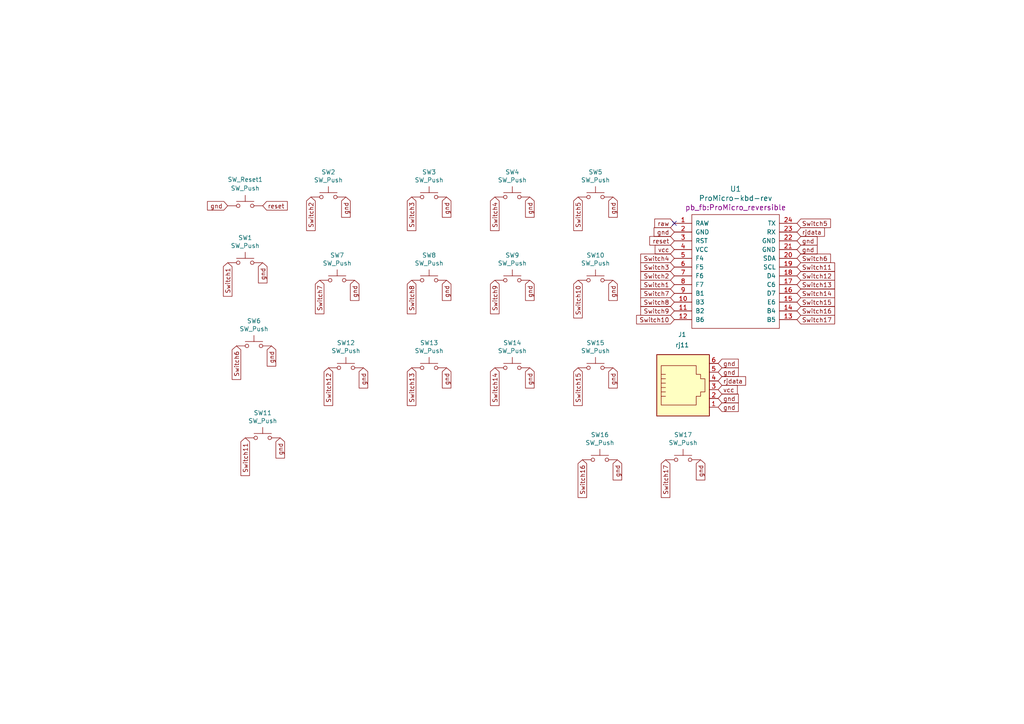
<source format=kicad_sch>
(kicad_sch (version 20231120) (generator "eeschema") (generator_version "8.0")
  (paper "A4")
  (title_block (title "pearbear_choc") (date "2024-09-25") (rev "0") (company "tomsadowski"))
  (lib_symbols
    (symbol "Connector:6P6C" (pin_names (offset 1.016))
      (property "Reference" "J" (at -5.08 11.43 0))
      (property "Value" "6P6C" (at 2.54 11.43 0))
      (symbol "6P6C_0_1"
        (polyline (pts (xy -6.35 -1.905) (xy -5.08 -1.905) (xy -5.08 -1.905)))
        (polyline (pts (xy -6.35 -0.635) (xy -5.08 -0.635) (xy -5.08 -0.635)))
        (polyline (pts (xy -6.35 0.635) (xy -5.08 0.635) (xy -5.08 0.635)))
        (polyline (pts (xy -6.35 1.905) (xy -5.08 1.905) (xy -5.08 1.905)))
        (polyline (pts (xy -6.35 3.175) (xy -5.08 3.175) (xy -5.08 3.175)))
        (polyline (pts (xy -5.08 4.445) (xy -6.35 4.445) (xy -6.35 4.445)))
        (polyline (pts (xy -6.35 -4.445) (xy -6.35 6.985) (xy 3.81 6.985) (xy 3.81 4.445) (xy 5.08 4.445) (xy 5.08 3.175) (xy 6.35 3.175) (xy 6.35 -0.635) (xy 5.08 -0.635) (xy 5.08 -1.905) (xy 3.81 -1.905) (xy 3.81 -4.445) (xy -6.35 -4.445) (xy -6.35 -4.445)))
        (rectangle (start 7.62 10.16) (end -7.62 -7.62) (stroke (width 0.254)) (fill (type background)))
      )
      (symbol "6P6C_1_1"
        (pin passive line (at 10.16 -5.08 180) (length 2.54) (name "~") (number "1"))
        (pin passive line (at 10.16 -2.54 180) (length 2.54) (name "~") (number "2"))
        (pin passive line (at 10.16 0 180) (length 2.54) (name "~") (number "3"))
        (pin passive line (at 10.16 2.54 180) (length 2.54) (name "~") (number "4"))
        (pin passive line (at 10.16 5.08 180) (length 2.54) (name "~") (number "5"))
        (pin passive line (at 10.16 7.62 180) (length 2.54) (name "~") (number "6"))
      )
    )
    (symbol "Switch:SW_Push" (pin_numbers hide) (pin_names (offset 1.016) hide)
      (property "Reference" "SW" (at 1.27 2.54 0))
      (property "Value" "SW_Push" (at 0 -1.524 0))
      (symbol "SW_Push_0_1"
        (circle (center -2.032 0) (radius 0.508))
        (polyline (pts (xy 0 1.27) (xy 0 3.048)))
        (polyline (pts (xy 2.54 1.27) (xy -2.54 1.27)))
        (circle (center 2.032 0) (radius 0.508))
        (pin passive line (at -5.08 0 0) (length 2.54) (name "1") (number "1"))
        (pin passive line (at 5.08 0 180) (length 2.54) (name "2") (number "2"))
      )
    )
    (symbol "misc:ProMicro-kbd-faceup" (pin_names (offset 1.016))
      (property "Reference" "U2" (at 0 29.0322 0))
      (property "Value" "ProMicro-kbd-stupid" (at 0 26.3398 0))
      (property "Footprint" "misc:ProMicro_jumpers_facedown" (at 0 23.6474 0))
      (symbol "ProMicro-kbd-faceup_0_1"
        (rectangle (start -12.7 21.59) (end 12.7 -11.43))
      )
      (symbol "ProMicro-kbd-faceup_1_0"
        (pin power_out line (at 17.78 19.05 180) (length 5.08) (name "RAW") (number "1"))
      )
      (symbol "ProMicro-kbd-faceup_1_1"
        (pin bidirectional line (at 17.78 -3.81 180) (length 5.08) (name "B3") (number "10"))
        (pin bidirectional line (at 17.78 -6.35 180) (length 5.08) (name "B2") (number "11"))
        (pin bidirectional line (at 17.78 -8.89 180) (length 5.08) (name "B6") (number "12"))
        (pin bidirectional line (at -17.78 -8.89 0) (length 5.08) (name "B5") (number "13"))
        (pin bidirectional line (at -17.78 -6.35 0) (length 5.08) (name "B4") (number "14"))
        (pin bidirectional line (at -17.78 -3.81 0) (length 5.08) (name "E6") (number "15"))
        (pin bidirectional line (at -17.78 -1.27 0) (length 5.08) (name "D7") (number "16"))
        (pin bidirectional line (at -17.78 1.27 0) (length 5.08) (name "C6") (number "17"))
        (pin bidirectional line (at -17.78 3.81 0) (length 5.08) (name "D4") (number "18"))
        (pin bidirectional line (at -17.78 6.35 0) (length 5.08) (name "SCL") (number "19"))
        (pin power_in line (at 17.78 16.51 180) (length 5.08) (name "GND") (number "2"))
        (pin bidirectional line (at -17.78 8.89 0) (length 5.08) (name "SDA") (number "20"))
        (pin power_in line (at -17.78 11.43 0) (length 5.08) (name "GND") (number "21"))
        (pin power_in line (at -17.78 13.97 0) (length 5.08) (name "GND") (number "22"))
        (pin bidirectional line (at -17.78 16.51 0) (length 5.08) (name "RX") (number "23"))
        (pin bidirectional line (at -17.78 19.05 0) (length 5.08) (name "TX") (number "24"))
        (pin input line (at 17.78 13.97 180) (length 5.08) (name "RST") (number "3"))
        (pin power_in line (at 17.78 11.43 180) (length 5.08) (name "VCC") (number "4"))
        (pin bidirectional line (at 17.78 8.89 180) (length 5.08) (name "F4") (number "5"))
        (pin bidirectional line (at 17.78 6.35 180) (length 5.08) (name "F5") (number "6"))
        (pin bidirectional line (at 17.78 3.81 180) (length 5.08) (name "F6") (number "7"))
        (pin bidirectional line (at 17.78 1.27 180) (length 5.08) (name "F7") (number "8"))
        (pin bidirectional line (at 17.78 -1.27 180) (length 5.08) (name "B1") (number "9"))
      )
    )
  )
  (no_connect (at 195.58 64.77))
  (global_label "Switch12" (shape input) (at 95.25 106.68 270) (property "Intersheetrefs" "${INTERSHEET_REFS}" (effects (hide yes))))
  (global_label "gnd" (shape input) (at 105.41 106.68 270) (property "Intersheetrefs" "${INTERSHEET_REFS}" (effects (hide yes))))
  (global_label "gnd" (shape input) (at 76.2 76.2 270) (property "Intersheetrefs" "${INTERSHEET_REFS}" (effects (hide yes))))
  (global_label "reset" (shape input) (at 195.58 69.85 180) (property "Intersheetrefs" "${INTERSHEET_REFS}" (effects (hide yes))))
  (global_label "Switch8" (shape input) (at 195.58 87.63 180) (property "Intersheetrefs" "${INTERSHEET_REFS}" (effects (hide yes))))
  (global_label "gnd" (shape input) (at 153.67 57.15 270) (property "Intersheetrefs" "${INTERSHEET_REFS}" (effects (hide yes))))
  (global_label "reset" (shape input) (at 76.2 59.69 0) (property "Intersheetrefs" "${INTERSHEET_REFS}" (effects (hide yes))))
  (global_label "gnd" (shape input) (at 78.74 100.33 270) (property "Intersheetrefs" "${INTERSHEET_REFS}" (effects (hide yes))))
  (global_label "Switch14" (shape input) (at 143.51 106.68 270) (property "Intersheetrefs" "${INTERSHEET_REFS}" (effects (hide yes))))
  (global_label "Switch17" (shape input) (at 193.04 133.35 270) (property "Intersheetrefs" "${INTERSHEET_REFS}" (effects (hide yes))))
  (global_label "Switch5" (shape input) (at 167.64 57.15 270) (property "Intersheetrefs" "${INTERSHEET_REFS}" (effects (hide yes))))
  (global_label "Switch6" (shape input) (at 231.14 74.93 0) (property "Intersheetrefs" "${INTERSHEET_REFS}" (effects (hide yes))))
  (global_label "Switch9" (shape input) (at 195.58 90.17 180) (property "Intersheetrefs" "${INTERSHEET_REFS}" (effects (hide yes))))
  (global_label "Switch3" (shape input) (at 195.58 77.47 180) (property "Intersheetrefs" "${INTERSHEET_REFS}" (effects (hide yes))))
  (global_label "gnd" (shape input) (at 129.54 81.28 270) (property "Intersheetrefs" "${INTERSHEET_REFS}" (effects (hide yes))))
  (global_label "gnd" (shape input) (at 102.87 81.28 270) (property "Intersheetrefs" "${INTERSHEET_REFS}" (effects (hide yes))))
  (global_label "gnd" (shape input) (at 129.54 57.15 270) (property "Intersheetrefs" "${INTERSHEET_REFS}" (effects (hide yes))))
  (global_label "gnd" (shape input) (at 129.54 106.68 270) (property "Intersheetrefs" "${INTERSHEET_REFS}" (effects (hide yes))))
  (global_label "Switch16" (shape input) (at 168.91 133.35 270) (property "Intersheetrefs" "${INTERSHEET_REFS}" (effects (hide yes))))
  (global_label "gnd" (shape input) (at 208.28 118.11 0) (property "Intersheetrefs" "${INTERSHEET_REFS}" (effects (hide yes))))
  (global_label "gnd" (shape input) (at 153.67 106.68 270) (property "Intersheetrefs" "${INTERSHEET_REFS}" (effects (hide yes))))
  (global_label "gnd" (shape input) (at 208.28 105.41 0) (property "Intersheetrefs" "${INTERSHEET_REFS}" (effects (hide yes))))
  (global_label "gnd" (shape input) (at 66.04 59.69 180) (property "Intersheetrefs" "${INTERSHEET_REFS}" (effects (hide yes))))
  (global_label "Switch12" (shape input) (at 231.14 80.01 0) (property "Intersheetrefs" "${INTERSHEET_REFS}" (effects (hide yes))))
  (global_label "gnd" (shape input) (at 195.58 67.31 180) (property "Intersheetrefs" "${INTERSHEET_REFS}" (effects (hide yes))))
  (global_label "Switch15" (shape input) (at 167.64 106.68 270) (property "Intersheetrefs" "${INTERSHEET_REFS}" (effects (hide yes))))
  (global_label "gnd" (shape input) (at 177.8 57.15 270) (property "Intersheetrefs" "${INTERSHEET_REFS}" (effects (hide yes))))
  (global_label "Switch4" (shape input) (at 195.58 74.93 180) (property "Intersheetrefs" "${INTERSHEET_REFS}" (effects (hide yes))))
  (global_label "Switch16" (shape input) (at 231.14 90.17 0) (property "Intersheetrefs" "${INTERSHEET_REFS}" (effects (hide yes))))
  (global_label "Switch10" (shape input) (at 195.58 92.71 180) (property "Intersheetrefs" "${INTERSHEET_REFS}" (effects (hide yes))))
  (global_label "gnd" (shape input) (at 100.33 57.15 270) (property "Intersheetrefs" "${INTERSHEET_REFS}" (effects (hide yes))))
  (global_label "gnd" (shape input) (at 203.2 133.35 270) (property "Intersheetrefs" "${INTERSHEET_REFS}" (effects (hide yes))))
  (global_label "gnd" (shape input) (at 231.14 69.85 0) (property "Intersheetrefs" "${INTERSHEET_REFS}" (effects (hide yes))))
  (global_label "gnd" (shape input) (at 208.28 115.57 0) (property "Intersheetrefs" "${INTERSHEET_REFS}" (effects (hide yes))))
  (global_label "vcc" (shape input) (at 195.58 72.39 180) (property "Intersheetrefs" "${INTERSHEET_REFS}" (effects (hide yes))))
  (global_label "gnd" (shape input) (at 177.8 81.28 270) (property "Intersheetrefs" "${INTERSHEET_REFS}" (effects (hide yes))))
  (global_label "Switch13" (shape input) (at 231.14 82.55 0) (property "Intersheetrefs" "${INTERSHEET_REFS}" (effects (hide yes))))
  (global_label "raw" (shape input) (at 195.58 64.77 180) (property "Intersheetrefs" "${INTERSHEET_REFS}" (effects (hide yes))))
  (global_label "vcc" (shape input) (at 208.28 113.03 0) (property "Intersheetrefs" "${INTERSHEET_REFS}" (effects (hide yes))))
  (global_label "gnd" (shape input) (at 231.14 72.39 0) (property "Intersheetrefs" "${INTERSHEET_REFS}" (effects (hide yes))))
  (global_label "Switch15" (shape input) (at 231.14 87.63 0) (property "Intersheetrefs" "${INTERSHEET_REFS}" (effects (hide yes))))
  (global_label "Switch1" (shape input) (at 195.58 82.55 180) (property "Intersheetrefs" "${INTERSHEET_REFS}" (effects (hide yes))))
  (global_label "Switch14" (shape input) (at 231.14 85.09 0) (property "Intersheetrefs" "${INTERSHEET_REFS}" (effects (hide yes))))
  (global_label "Switch1" (shape input) (at 66.04 76.2 270) (property "Intersheetrefs" "${INTERSHEET_REFS}" (effects (hide yes))))
  (global_label "Switch2" (shape input) (at 195.58 80.01 180) (property "Intersheetrefs" "${INTERSHEET_REFS}" (effects (hide yes))))
  (global_label "Switch3" (shape input) (at 119.38 57.15 270) (property "Intersheetrefs" "${INTERSHEET_REFS}" (effects (hide yes))))
  (global_label "Switch2" (shape input) (at 90.17 57.15 270) (property "Intersheetrefs" "${INTERSHEET_REFS}" (effects (hide yes))))
  (global_label "Switch5" (shape input) (at 231.14 64.77 0) (property "Intersheetrefs" "${INTERSHEET_REFS}" (effects (hide yes))))
  (global_label "Switch7" (shape input) (at 195.58 85.09 180) (property "Intersheetrefs" "${INTERSHEET_REFS}" (effects (hide yes))))
  (global_label "gnd" (shape input) (at 208.28 107.95 0) (property "Intersheetrefs" "${INTERSHEET_REFS}" (effects (hide yes))))
  (global_label "gnd" (shape input) (at 153.67 81.28 270) (property "Intersheetrefs" "${INTERSHEET_REFS}" (effects (hide yes))))
  (global_label "Switch10" (shape input) (at 167.64 81.28 270) (property "Intersheetrefs" "${INTERSHEET_REFS}" (effects (hide yes))))
  (global_label "Switch7" (shape input) (at 92.71 81.28 270) (property "Intersheetrefs" "${INTERSHEET_REFS}" (effects (hide yes))))
  (global_label "Switch4" (shape input) (at 143.51 57.15 270) (property "Intersheetrefs" "${INTERSHEET_REFS}" (effects (hide yes))))
  (global_label "rjdata" (shape input) (at 208.28 110.49 0) (property "Intersheetrefs" "${INTERSHEET_REFS}" (effects (hide yes))))
  (global_label "Switch17" (shape input) (at 231.14 92.71 0) (property "Intersheetrefs" "${INTERSHEET_REFS}" (effects (hide yes))))
  (global_label "Switch11" (shape input) (at 231.14 77.47 0) (property "Intersheetrefs" "${INTERSHEET_REFS}" (effects (hide yes))))
  (global_label "Switch8" (shape input) (at 119.38 81.28 270) (property "Intersheetrefs" "${INTERSHEET_REFS}" (effects (hide yes))))
  (global_label "gnd" (shape input) (at 179.07 133.35 270) (property "Intersheetrefs" "${INTERSHEET_REFS}" (effects (hide yes))))
  (global_label "gnd" (shape input) (at 81.28 127 270) (property "Intersheetrefs" "${INTERSHEET_REFS}" (effects (hide yes))))
  (global_label "Switch6" (shape input) (at 68.58 100.33 270) (property "Intersheetrefs" "${INTERSHEET_REFS}" (effects (hide yes))))
  (global_label "rjdata" (shape input) (at 231.14 67.31 0) (property "Intersheetrefs" "${INTERSHEET_REFS}" (effects (hide yes))))
  (global_label "Switch9" (shape input) (at 143.51 81.28 270) (property "Intersheetrefs" "${INTERSHEET_REFS}" (effects (hide yes))))
  (global_label "gnd" (shape input) (at 177.8 106.68 270) (property "Intersheetrefs" "${INTERSHEET_REFS}" (effects (hide yes))))
  (global_label "Switch11" (shape input) (at 71.12 127 270) (property "Intersheetrefs" "${INTERSHEET_REFS}" (effects (hide yes))))
  (global_label "Switch13" (shape input) (at 119.38 106.68 270) (property "Intersheetrefs" "${INTERSHEET_REFS}" (effects (hide yes))))
  (symbol (lib_id "misc:ProMicro-kbd-faceup") (at 213.36 83.82 0) (mirror y) (unit 1)
    (property "Reference" "U1" (at 213.36 54.7878 0) (effects (font (size 1.524 1.524))))
    (property "Value" "ProMicro-kbd-rev" (at 213.36 57.4802 0) (effects (font (size 1.524 1.524))))
    (property "Footprint" "pb_fb:ProMicro_reversible" (at 213.36 60.1726 0) (effects (font (size 1.524 1.524))))
  )
  (symbol (lib_id "Switch:SW_Push") (at 71.12 76.2 0) (unit 1)
    (property "Reference" "SW1" (at 71.12 68.961 0))
    (property "Value" "SW_Push" (at 71.12 71.2724 0))
    (property "Footprint" "pb_fb:SW_Kailh_Choc_v1_reversible" (effects (hide yes)))
  )
  (symbol (lib_id "Switch:SW_Push") (at 95.25 57.15 0) (unit 1)
    (property "Reference" "SW2" (at 95.25 49.911 0))
    (property "Value" "SW_Push" (at 95.25 52.2224 0))
    (property "Footprint" "pb_fb:SW_Kailh_Choc_v1_reversible" (effects (hide yes)))
  )
  (symbol (lib_id "Switch:SW_Push") (at 124.46 57.15 0) (unit 1)
    (property "Reference" "SW3" (at 124.46 49.911 0))
    (property "Value" "SW_Push" (at 124.46 52.2224 0))
    (property "Footprint" "pb_fb:SW_Kailh_Choc_v1_reversible" (effects (hide yes)))
  )
  (symbol (lib_id "Switch:SW_Push") (at 148.59 57.15 0) (unit 1)
    (property "Reference" "SW4" (at 148.59 49.911 0))
    (property "Value" "SW_Push" (at 148.59 52.2224 0))
    (property "Footprint" "pb_fb:SW_Kailh_Choc_v1_reversible" (effects (hide yes)))
  )
  (symbol (lib_id "Switch:SW_Push") (at 172.72 57.15 0) (unit 1)
    (property "Reference" "SW5" (at 172.72 49.911 0))
    (property "Value" "SW_Push" (at 172.72 52.2224 0))
    (property "Footprint" "pb_fb:SW_Kailh_Choc_v1_reversible" (effects (hide yes)))
  )
  (symbol (lib_id "Switch:SW_Push") (at 173.99 133.35 0) (unit 1)
    (property "Reference" "SW16" (at 173.99 126.111 0))
    (property "Value" "SW_Push" (at 173.99 128.4224 0))
    (property "Footprint" "pb_fb:SW_Kailh_Choc_v1_reversible" (effects (hide yes)))
  )
  (symbol (lib_id "Switch:SW_Push") (at 198.12 133.35 0) (unit 1)
    (property "Reference" "SW17" (at 198.12 126.111 0))
    (property "Value" "SW_Push" (at 198.12 128.4224 0))
    (property "Footprint" "pb_fb:SW_Kailh_Choc_v1_reversible" (effects (hide yes)))
  )
  (symbol (lib_id "Switch:SW_Push") (at 73.66 100.33 0) (unit 1)
    (property "Reference" "SW6" (at 73.66 93.091 0))
    (property "Value" "SW_Push" (at 73.66 95.4024 0))
    (property "Footprint" "pb_fb:SW_Kailh_Choc_v1_reversible" (effects (hide yes)))
  )
  (symbol (lib_id "Switch:SW_Push") (at 97.79 81.28 0) (unit 1)
    (property "Reference" "SW7" (at 97.79 74.041 0))
    (property "Value" "SW_Push" (at 97.79 76.3524 0))
    (property "Footprint" "pb_fb:SW_Kailh_Choc_v1_reversible" (effects (hide yes)))
  )
  (symbol (lib_id "Switch:SW_Push") (at 124.46 81.28 0) (unit 1)
    (property "Reference" "SW8" (at 124.46 74.041 0))
    (property "Value" "SW_Push" (at 124.46 76.3524 0))
    (property "Footprint" "pb_fb:SW_Kailh_Choc_v1_reversible" (effects (hide yes)))
  )
  (symbol (lib_id "Switch:SW_Push") (at 148.59 81.28 0) (unit 1)
    (property "Reference" "SW9" (at 148.59 74.041 0))
    (property "Value" "SW_Push" (at 148.59 76.3524 0))
    (property "Footprint" "pb_fb:SW_Kailh_Choc_v1_reversible" (effects (hide yes)))
  )
  (symbol (lib_id "Switch:SW_Push") (at 172.72 81.28 0) (unit 1)
    (property "Reference" "SW10" (at 172.72 74.041 0))
    (property "Value" "SW_Push" (at 172.72 76.3524 0))
    (property "Footprint" "pb_fb:SW_Kailh_Choc_v1_reversible" (effects (hide yes)))
  )
  (symbol (lib_id "Switch:SW_Push") (at 76.2 127 0) (unit 1)
    (property "Reference" "SW11" (at 76.2 119.761 0))
    (property "Value" "SW_Push" (at 76.2 122.0724 0))
    (property "Footprint" "pb_fb:SW_Kailh_Choc_v1_reversible" (effects (hide yes)))
  )
  (symbol (lib_id "Switch:SW_Push") (at 100.33 106.68 0) (unit 1)
    (property "Reference" "SW12" (at 100.33 99.441 0))
    (property "Value" "SW_Push" (at 100.33 101.7524 0))
    (property "Footprint" "pb_fb:SW_Kailh_Choc_v1_reversible" (effects (hide yes)))
  )
  (symbol (lib_id "Switch:SW_Push") (at 124.46 106.68 0) (unit 1)
    (property "Reference" "SW13" (at 124.46 99.441 0))
    (property "Value" "SW_Push" (at 124.46 101.7524 0))
    (property "Footprint" "pb_fb:SW_Kailh_Choc_v1_reversible" (effects (hide yes)))
  )
  (symbol (lib_id "Switch:SW_Push") (at 148.59 106.68 0) (unit 1)
    (property "Reference" "SW14" (at 148.59 99.441 0))
    (property "Value" "SW_Push" (at 148.59 101.7524 0))
    (property "Footprint" "pb_fb:SW_Kailh_Choc_v1_reversible" (effects (hide yes)))
  )
  (symbol (lib_id "Switch:SW_Push") (at 172.72 106.68 0) (unit 1)
    (property "Reference" "SW15" (at 172.72 99.441 0))
    (property "Value" "SW_Push" (at 172.72 101.7524 0))
    (property "Footprint" "pb_fb:SW_Kailh_Choc_v1_reversible" (effects (hide yes)))
  )
  (symbol (lib_id "Connector:6P6C") (at 198.12 113.03 0) (unit 1)
    (property "Reference" "J1" (at 197.866 97.028 0))
    (property "Value" "rj11" (at 197.866 100.076 0))
    (property "Footprint" "pb_fb:RJ11_6P6C_reversible" (effects (hide yes)))
    (property "Description" "RJ connector, 6P6C (6 positions 6 connected), RJ12/RJ18/RJ25" (effects (hide yes)))
  )
  (symbol (lib_id "Switch:SW_Push") (at 71.12 59.69 0) (unit 1)
    (property "Reference" "SW_Reset1" (at 71.12 52.07 0))
    (property "Value" "SW_Push" (at 71.12 54.61 0))
    (property "Footprint" "pb_fb:SW_TH_Tactile_Omron_B3F-10xx_reversible" (effects (hide yes)))
    (property "Description" "Push button switch, generic, two pins" (effects (hide yes)))
  )
)
</source>
